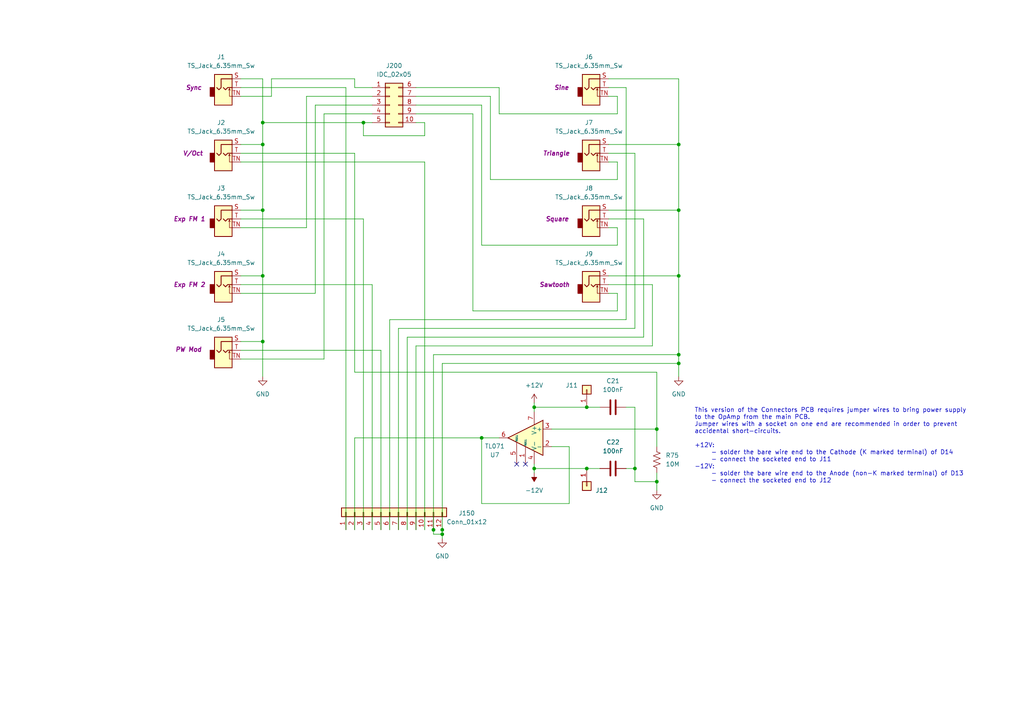
<source format=kicad_sch>
(kicad_sch (version 20250114) (generator "eeschema") (generator_version "9.0")
  (paper "A4")
  (title_block (company "DMH Instruments"))
  (lib_symbols
    (symbol "Amplifier_Operational:TL071" (pin_names (offset 0.127))
      (property "Reference" "U" (at 0 6.35 0))
      (property "Value" "TL071" (at 0 3.81 0))
      (symbol "TL071_0_1"
        (polyline (pts (xy -5.08 5.08) (xy 5.08 0) (xy -5.08 -5.08) (xy -5.08 5.08)) (stroke (width 0.254)) (fill (type background)))
      )
      (symbol "TL071_1_1"
        (pin input line (at -7.62 2.54 0) (length 2.54) (name "+") (number "3"))
        (pin input line (at -7.62 -2.54 0) (length 2.54) (name "-") (number "2"))
        (pin power_in line (at -2.54 7.62 270) (length 3.81) (name "V+") (number "7"))
        (pin power_in line (at -2.54 -7.62 90) (length 3.81) (name "V-") (number "4"))
        (pin no_connect line (at 0 2.54 270) (length 2.54) (hide yes) (name "NC") (number "8"))
        (pin input line (at 0 -7.62 90) (length 5.08) (name "NULL") (number "1"))
        (pin input line (at 2.54 -7.62 90) (length 6.35) (name "NULL") (number "5"))
        (pin output line (at 7.62 0 180) (length 2.54) (name "~") (number "6"))
      )
    )
    (symbol "Connector_Generic:Conn_01x01" (pin_names (offset 1.016) (hide yes))
      (property "Reference" "J" (at 0 2.54 0))
      (property "Value" "Conn_01x01" (at 0 -2.54 0))
      (symbol "Conn_01x01_1_1"
        (rectangle (start -1.27 1.27) (end 1.27 -1.27) (stroke (width 0.254)) (fill (type background)))
        (rectangle (start -1.27 0.127) (end 0 -0.127) (stroke (width 0.1524)))
        (pin passive line (at -5.08 0 0) (length 3.81) (name "Pin_1") (number "1"))
      )
    )
    (symbol "Connector_Generic:Conn_01x12" (pin_names (offset 1.016) (hide yes))
      (property "Reference" "J" (at 0 15.24 0))
      (property "Value" "Conn_01x12" (at 0 -17.78 0))
      (symbol "Conn_01x12_1_1"
        (rectangle (start -1.27 13.97) (end 1.27 -16.51) (stroke (width 0.254)) (fill (type background)))
        (rectangle (start -1.27 12.827) (end 0 12.573) (stroke (width 0.1524)))
        (rectangle (start -1.27 10.287) (end 0 10.033) (stroke (width 0.1524)))
        (rectangle (start -1.27 7.747) (end 0 7.493) (stroke (width 0.1524)))
        (rectangle (start -1.27 5.207) (end 0 4.953) (stroke (width 0.1524)))
        (rectangle (start -1.27 2.667) (end 0 2.413) (stroke (width 0.1524)))
        (rectangle (start -1.27 0.127) (end 0 -0.127) (stroke (width 0.1524)))
        (rectangle (start -1.27 -2.413) (end 0 -2.667) (stroke (width 0.1524)))
        (rectangle (start -1.27 -4.953) (end 0 -5.207) (stroke (width 0.1524)))
        (rectangle (start -1.27 -7.493) (end 0 -7.747) (stroke (width 0.1524)))
        (rectangle (start -1.27 -10.033) (end 0 -10.287) (stroke (width 0.1524)))
        (rectangle (start -1.27 -12.573) (end 0 -12.827) (stroke (width 0.1524)))
        (rectangle (start -1.27 -15.113) (end 0 -15.367) (stroke (width 0.1524)))
        (pin passive line (at -5.08 12.7 0) (length 3.81) (name "Pin_1") (number "1"))
        (pin passive line (at -5.08 10.16 0) (length 3.81) (name "Pin_2") (number "2"))
        (pin passive line (at -5.08 7.62 0) (length 3.81) (name "Pin_3") (number "3"))
        (pin passive line (at -5.08 5.08 0) (length 3.81) (name "Pin_4") (number "4"))
        (pin passive line (at -5.08 2.54 0) (length 3.81) (name "Pin_5") (number "5"))
        (pin passive line (at -5.08 0 0) (length 3.81) (name "Pin_6") (number "6"))
        (pin passive line (at -5.08 -2.54 0) (length 3.81) (name "Pin_7") (number "7"))
        (pin passive line (at -5.08 -5.08 0) (length 3.81) (name "Pin_8") (number "8"))
        (pin passive line (at -5.08 -7.62 0) (length 3.81) (name "Pin_9") (number "9"))
        (pin passive line (at -5.08 -10.16 0) (length 3.81) (name "Pin_10") (number "10"))
        (pin passive line (at -5.08 -12.7 0) (length 3.81) (name "Pin_11") (number "11"))
        (pin passive line (at -5.08 -15.24 0) (length 3.81) (name "Pin_12") (number "12"))
      )
    )
    (symbol "Device:C" (pin_numbers (hide yes)) (pin_names (offset 0.254))
      (property "Reference" "C" (at 0.635 2.54 0))
      (property "Value" "C" (at 0.635 -2.54 0))
      (symbol "C_0_1"
        (polyline (pts (xy -2.032 0.762) (xy 2.032 0.762)) (stroke (width 0.508)))
        (polyline (pts (xy -2.032 -0.762) (xy 2.032 -0.762)) (stroke (width 0.508)))
      )
      (symbol "C_1_1"
        (pin passive line (at 0 3.81 270) (length 2.794) (name "~") (number "1"))
        (pin passive line (at 0 -3.81 90) (length 2.794) (name "~") (number "2"))
      )
    )
    (symbol "Device:R_US" (pin_numbers (hide yes)) (pin_names (offset 0))
      (property "Reference" "R" (at 2.54 0 90))
      (property "Value" "R_US" (at -2.54 0 90))
      (symbol "R_US_0_1"
        (polyline (pts (xy 0 2.286) (xy 0 2.54)))
        (polyline (pts (xy 0 2.286) (xy 1.016 1.905) (xy 0 1.524) (xy -1.016 1.143) (xy 0 0.762)))
        (polyline (pts (xy 0 0.762) (xy 1.016 0.381) (xy 0 0) (xy -1.016 -0.381) (xy 0 -0.762)))
        (polyline (pts (xy 0 -0.762) (xy 1.016 -1.143) (xy 0 -1.524) (xy -1.016 -1.905) (xy 0 -2.286)))
        (polyline (pts (xy 0 -2.286) (xy 0 -2.54)))
      )
      (symbol "R_US_1_1"
        (pin passive line (at 0 3.81 270) (length 1.27) (name "~") (number "1"))
        (pin passive line (at 0 -3.81 90) (length 1.27) (name "~") (number "2"))
      )
    )
    (symbol "SynthStuff:BackBone_Connector_10Pin" (pin_names (offset 1.016) (hide yes))
      (property "Reference" "J" (at 0 -10.922 0))
      (property "Value" "IDC_02x05" (at 0 -8.382 0))
      (symbol "BackBone_Connector_10Pin_1_1"
        (rectangle (start -2.54 6.35) (end 2.54 -6.35) (stroke (width 0.254)) (fill (type background)))
        (rectangle (start -2.54 5.207) (end -1.27 4.953) (stroke (width 0.1524)))
        (rectangle (start -2.54 2.667) (end -1.27 2.413) (stroke (width 0.1524)))
        (rectangle (start -2.54 0.127) (end -1.27 -0.127) (stroke (width 0.1524)))
        (rectangle (start -2.54 -2.413) (end -1.27 -2.667) (stroke (width 0.1524)))
        (rectangle (start -2.54 -4.953) (end -1.27 -5.207) (stroke (width 0.1524)))
        (rectangle (start 2.54 5.207) (end 1.27 4.953) (stroke (width 0.1524)))
        (rectangle (start 2.54 2.667) (end 1.27 2.413) (stroke (width 0.1524)))
        (rectangle (start 2.54 0.127) (end 1.27 -0.127) (stroke (width 0.1524)))
        (rectangle (start 2.54 -2.413) (end 1.27 -2.667) (stroke (width 0.1524)))
        (rectangle (start 2.54 -4.953) (end 1.27 -5.207) (stroke (width 0.1524)))
        (pin passive line (at -6.35 5.08 0) (length 3.81) (name "Pin_1") (number "1"))
        (pin passive line (at -6.35 2.54 0) (length 3.81) (name "Pin_2") (number "2"))
        (pin passive line (at -6.35 0 0) (length 3.81) (name "Pin_3") (number "3"))
        (pin passive line (at -6.35 -2.54 0) (length 3.81) (name "Pin_4") (number "4"))
        (pin passive line (at -6.35 -5.08 0) (length 3.81) (name "Pin_5") (number "5"))
        (pin passive line (at 6.35 5.08 180) (length 3.81) (name "Pin_6") (number "6"))
        (pin passive line (at 6.35 2.54 180) (length 3.81) (name "Pin_7") (number "7"))
        (pin passive line (at 6.35 0 180) (length 3.81) (name "Pin_8") (number "8"))
        (pin passive line (at 6.35 -2.54 180) (length 3.81) (name "Pin_9") (number "9"))
        (pin passive line (at 6.35 -5.08 180) (length 3.81) (name "Pin_10") (number "10"))
      )
    )
    (symbol "SynthStuff:TS_Jack_6.35mm_Sw"
      (property "Reference" "J" (at -0.635 8.89 0))
      (property "Value" "TS_Jack_6.35mm_Sw" (at -0.635 6.35 0))
      (symbol "TS_Jack_6.35mm_Sw_0_1"
        (rectangle (start -2.54 0) (end -3.81 -2.54) (stroke (width 0.254)) (fill (type outline)))
        (polyline (pts (xy 0 0) (xy 0.635 -0.635) (xy 1.27 0) (xy 2.54 0)) (stroke (width 0.254)))
        (polyline (pts (xy 1.778 -0.254) (xy 2.032 -0.762)))
        (rectangle (start 2.54 3.81) (end -2.54 -5.08) (stroke (width 0.254)) (fill (type background)))
        (polyline (pts (xy 2.54 2.54) (xy -0.635 2.54) (xy -0.635 0) (xy -1.27 -0.635) (xy -1.905 0)) (stroke (width 0.254)))
        (polyline (pts (xy 2.54 -2.54) (xy 1.778 -2.54) (xy 1.778 -0.254) (xy 1.524 -0.762)))
      )
      (symbol "TS_Jack_6.35mm_Sw_1_1"
        (pin passive line (at 5.08 2.54 180) (length 2.54) (name "~") (number "S"))
        (pin passive line (at 5.08 0 180) (length 2.54) (name "~") (number "T"))
        (pin passive line (at 5.08 -2.54 180) (length 2.54) (name "~") (number "TN"))
      )
    )
    (symbol "power:+12V" (power) (pin_numbers (hide yes)) (pin_names (offset 0) (hide yes))
      (property "Value" "+12V" (at 0 3.556 0))
      (symbol "+12V_0_1"
        (polyline (pts (xy -0.762 1.27) (xy 0 2.54)))
        (polyline (pts (xy 0 2.54) (xy 0.762 1.27)))
        (polyline (pts (xy 0 0) (xy 0 2.54)))
      )
      (symbol "+12V_1_1"
        (pin power_in line (at 0 0 90) (length 0) (name "~") (number "1"))
      )
    )
    (symbol "power:-12V" (power) (pin_numbers (hide yes)) (pin_names (offset 0) (hide yes))
      (property "Value" "-12V" (at 0 3.556 0))
      (symbol "-12V_0_0"
        (pin power_in line (at 0 0 90) (length 0) (name "~") (number "1"))
      )
      (symbol "-12V_0_1"
        (polyline (pts (xy 0 0) (xy 0 1.27) (xy 0.762 1.27) (xy 0 2.54) (xy -0.762 1.27) (xy 0 1.27)) (fill (type outline)))
      )
    )
    (symbol "power:GND" (power) (pin_numbers (hide yes)) (pin_names (offset 0) (hide yes))
      (property "Value" "GND" (at 0 -3.81 0))
      (symbol "GND_0_1"
        (polyline (pts (xy 0 0) (xy 0 -1.27) (xy 1.27 -1.27) (xy 0 -2.54) (xy -1.27 -1.27) (xy 0 -1.27)))
      )
      (symbol "GND_1_1"
        (pin power_in line (at 0 0 270) (length 0) (name "~") (number "1"))
      )
    )
  )
  (text "This version of the Connectors PCB requires jumper wires to bring power supply\nto the OpAmp from the main PCB.\nJumper wires with a socket on one end are recommended in order to prevent\naccidental short-circuits.\n\n+12V:\n	- solder the bare wire end to the Cathode (K marked terminal) of D14\n	- connect the socketed end to J11\n-12V:\n	- solder the bare wire end to the Anode (non-K marked terminal) of D13\n	- connect the socketed end to J12" (at 201.422 129.286 0) (effects (font (size 1.27 1.27)) (justify left)))
  (junction (at 105.41 35.56))
  (junction (at 170.18 135.89))
  (junction (at 196.85 102.87))
  (junction (at 139.7 127))
  (junction (at 196.85 60.96))
  (junction (at 196.85 80.01))
  (junction (at 196.85 41.91))
  (junction (at 128.27 154.94))
  (junction (at 76.2 99.06))
  (junction (at 170.18 118.11))
  (junction (at 76.2 35.56))
  (junction (at 154.94 118.11))
  (junction (at 154.94 135.89))
  (junction (at 125.73 153.67))
  (junction (at 76.2 80.01))
  (junction (at 128.27 153.67))
  (junction (at 76.2 60.96))
  (junction (at 196.85 105.41))
  (junction (at 190.5 139.7))
  (junction (at 190.5 124.46))
  (junction (at 76.2 41.91))
  (junction (at 184.15 135.89))
  (no_connect (at 152.4 134.62))
  (no_connect (at 149.86 134.62))
  (wire (pts (xy 179.07 52.07) (xy 142.24 52.07)))
  (wire (pts (xy 69.85 104.14) (xy 93.98 104.14)))
  (wire (pts (xy 139.7 30.48) (xy 139.7 71.12)))
  (wire (pts (xy 176.53 46.99) (xy 179.07 46.99)))
  (wire (pts (xy 88.9 27.94) (xy 107.95 27.94)))
  (wire (pts (xy 184.15 135.89) (xy 184.15 139.7)))
  (wire (pts (xy 181.61 118.11) (xy 184.15 118.11)))
  (wire (pts (xy 184.15 44.45) (xy 184.15 95.25)))
  (wire (pts (xy 123.19 39.37) (xy 105.41 39.37)))
  (wire (pts (xy 196.85 105.41) (xy 196.85 109.22)))
  (wire (pts (xy 105.41 39.37) (xy 105.41 35.56)))
  (wire (pts (xy 128.27 154.94) (xy 128.27 156.21)))
  (wire (pts (xy 181.61 135.89) (xy 184.15 135.89)))
  (wire (pts (xy 160.02 124.46) (xy 190.5 124.46)))
  (wire (pts (xy 125.73 102.87) (xy 125.73 153.67)))
  (wire (pts (xy 76.2 99.06) (xy 76.2 109.22)))
  (wire (pts (xy 181.61 25.4) (xy 176.53 25.4)))
  (wire (pts (xy 137.16 33.02) (xy 120.65 33.02)))
  (wire (pts (xy 154.94 135.89) (xy 170.18 135.89)))
  (wire (pts (xy 160.02 129.54) (xy 165.1 129.54)))
  (wire (pts (xy 186.69 63.5) (xy 186.69 97.79)))
  (wire (pts (xy 113.03 92.71) (xy 113.03 153.67)))
  (wire (pts (xy 93.98 33.02) (xy 107.95 33.02)))
  (wire (pts (xy 184.15 44.45) (xy 176.53 44.45)))
  (wire (pts (xy 102.87 25.4) (xy 107.95 25.4)))
  (wire (pts (xy 179.07 85.09) (xy 179.07 90.17)))
  (wire (pts (xy 189.23 82.55) (xy 189.23 100.33)))
  (wire (pts (xy 128.27 153.67) (xy 128.27 154.94)))
  (wire (pts (xy 118.11 97.79) (xy 186.69 97.79)))
  (wire (pts (xy 78.74 22.86) (xy 78.74 27.94)))
  (wire (pts (xy 165.1 129.54) (xy 165.1 146.05)))
  (wire (pts (xy 190.5 124.46) (xy 190.5 129.54)))
  (wire (pts (xy 189.23 82.55) (xy 176.53 82.55)))
  (wire (pts (xy 176.53 66.04) (xy 179.07 66.04)))
  (wire (pts (xy 76.2 35.56) (xy 105.41 35.56)))
  (wire (pts (xy 186.69 63.5) (xy 176.53 63.5)))
  (wire (pts (xy 115.57 95.25) (xy 115.57 153.67)))
  (wire (pts (xy 113.03 92.71) (xy 181.61 92.71)))
  (wire (pts (xy 102.87 44.45) (xy 102.87 107.95)))
  (wire (pts (xy 102.87 153.67) (xy 102.87 127)))
  (wire (pts (xy 69.85 99.06) (xy 76.2 99.06)))
  (wire (pts (xy 170.18 135.89) (xy 173.99 135.89)))
  (wire (pts (xy 91.44 30.48) (xy 91.44 85.09)))
  (wire (pts (xy 176.53 85.09) (xy 179.07 85.09)))
  (wire (pts (xy 196.85 80.01) (xy 196.85 102.87)))
  (wire (pts (xy 102.87 127) (xy 139.7 127)))
  (wire (pts (xy 190.5 107.95) (xy 190.5 124.46)))
  (wire (pts (xy 137.16 33.02) (xy 137.16 90.17)))
  (wire (pts (xy 190.5 139.7) (xy 190.5 142.24)))
  (wire (pts (xy 100.33 25.4) (xy 100.33 153.67)))
  (wire (pts (xy 76.2 41.91) (xy 76.2 60.96)))
  (wire (pts (xy 125.73 102.87) (xy 196.85 102.87)))
  (wire (pts (xy 196.85 41.91) (xy 196.85 60.96)))
  (wire (pts (xy 176.53 60.96) (xy 196.85 60.96)))
  (wire (pts (xy 154.94 135.89) (xy 154.94 137.16)))
  (wire (pts (xy 91.44 30.48) (xy 107.95 30.48)))
  (wire (pts (xy 102.87 107.95) (xy 190.5 107.95)))
  (wire (pts (xy 105.41 63.5) (xy 69.85 63.5)))
  (wire (pts (xy 176.53 22.86) (xy 196.85 22.86)))
  (wire (pts (xy 154.94 134.62) (xy 154.94 135.89)))
  (wire (pts (xy 184.15 139.7) (xy 190.5 139.7)))
  (wire (pts (xy 139.7 146.05) (xy 165.1 146.05)))
  (wire (pts (xy 196.85 22.86) (xy 196.85 41.91)))
  (wire (pts (xy 105.41 35.56) (xy 107.95 35.56)))
  (wire (pts (xy 154.94 118.11) (xy 154.94 119.38)))
  (wire (pts (xy 69.85 60.96) (xy 76.2 60.96)))
  (wire (pts (xy 93.98 33.02) (xy 93.98 104.14)))
  (wire (pts (xy 88.9 66.04) (xy 69.85 66.04)))
  (wire (pts (xy 128.27 105.41) (xy 196.85 105.41)))
  (wire (pts (xy 179.07 46.99) (xy 179.07 52.07)))
  (wire (pts (xy 102.87 22.86) (xy 102.87 25.4)))
  (wire (pts (xy 76.2 22.86) (xy 76.2 35.56)))
  (wire (pts (xy 154.94 116.84) (xy 154.94 118.11)))
  (wire (pts (xy 176.53 27.94) (xy 179.07 27.94)))
  (wire (pts (xy 69.85 44.45) (xy 102.87 44.45)))
  (wire (pts (xy 120.65 25.4) (xy 144.78 25.4)))
  (wire (pts (xy 69.85 85.09) (xy 91.44 85.09)))
  (wire (pts (xy 179.07 66.04) (xy 179.07 71.12)))
  (wire (pts (xy 179.07 33.02) (xy 144.78 33.02)))
  (wire (pts (xy 120.65 35.56) (xy 123.19 35.56)))
  (wire (pts (xy 120.65 100.33) (xy 120.65 153.67)))
  (wire (pts (xy 105.41 63.5) (xy 105.41 153.67)))
  (wire (pts (xy 181.61 25.4) (xy 181.61 92.71)))
  (wire (pts (xy 176.53 41.91) (xy 196.85 41.91)))
  (wire (pts (xy 196.85 102.87) (xy 196.85 105.41)))
  (wire (pts (xy 69.85 22.86) (xy 76.2 22.86)))
  (wire (pts (xy 142.24 52.07) (xy 142.24 27.94)))
  (wire (pts (xy 125.73 154.94) (xy 125.73 153.67)))
  (wire (pts (xy 139.7 127) (xy 144.78 127)))
  (wire (pts (xy 76.2 35.56) (xy 76.2 41.91)))
  (wire (pts (xy 123.19 46.99) (xy 123.19 153.67)))
  (wire (pts (xy 118.11 97.79) (xy 118.11 153.67)))
  (wire (pts (xy 179.07 27.94) (xy 179.07 33.02)))
  (wire (pts (xy 69.85 80.01) (xy 76.2 80.01)))
  (wire (pts (xy 123.19 46.99) (xy 69.85 46.99)))
  (wire (pts (xy 154.94 118.11) (xy 170.18 118.11)))
  (wire (pts (xy 69.85 25.4) (xy 100.33 25.4)))
  (wire (pts (xy 76.2 80.01) (xy 76.2 99.06)))
  (wire (pts (xy 123.19 35.56) (xy 123.19 39.37)))
  (wire (pts (xy 176.53 80.01) (xy 196.85 80.01)))
  (wire (pts (xy 179.07 90.17) (xy 137.16 90.17)))
  (wire (pts (xy 69.85 41.91) (xy 76.2 41.91)))
  (wire (pts (xy 184.15 118.11) (xy 184.15 135.89)))
  (wire (pts (xy 78.74 27.94) (xy 69.85 27.94)))
  (wire (pts (xy 115.57 95.25) (xy 184.15 95.25)))
  (wire (pts (xy 76.2 60.96) (xy 76.2 80.01)))
  (wire (pts (xy 190.5 137.16) (xy 190.5 139.7)))
  (wire (pts (xy 120.65 100.33) (xy 189.23 100.33)))
  (wire (pts (xy 139.7 127) (xy 139.7 146.05)))
  (wire (pts (xy 88.9 27.94) (xy 88.9 66.04)))
  (wire (pts (xy 139.7 30.48) (xy 120.65 30.48)))
  (wire (pts (xy 196.85 60.96) (xy 196.85 80.01)))
  (wire (pts (xy 107.95 82.55) (xy 69.85 82.55)))
  (wire (pts (xy 78.74 22.86) (xy 102.87 22.86)))
  (wire (pts (xy 120.65 27.94) (xy 142.24 27.94)))
  (wire (pts (xy 170.18 118.11) (xy 173.99 118.11)))
  (wire (pts (xy 110.49 101.6) (xy 110.49 153.67)))
  (wire (pts (xy 128.27 105.41) (xy 128.27 153.67)))
  (wire (pts (xy 144.78 33.02) (xy 144.78 25.4)))
  (wire (pts (xy 179.07 71.12) (xy 139.7 71.12)))
  (wire (pts (xy 128.27 154.94) (xy 125.73 154.94)))
  (wire (pts (xy 107.95 82.55) (xy 107.95 153.67)))
  (wire (pts (xy 69.85 101.6) (xy 110.49 101.6)))
  (symbol (lib_id "Device:C") (at 177.8 135.89 90) (unit 1)
    (property "Reference" "C22" (at 177.8 128.27 90))
    (property "Value" "100nF" (at 177.8 130.81 90))
    (property "Footprint" "Capacitor_THT:C_Disc_D4.3mm_W1.9mm_P5.00mm" (effects (hide yes)))
    (property "Description" "Unpolarized capacitor" (effects (hide yes)))
  )
  (symbol (lib_id "SynthStuff:TS_Jack_6.35mm_Sw") (at 64.77 25.4 0) (unit 1)
    (property "Reference" "J1" (at 64.135 16.51 0))
    (property "Value" "TS_Jack_6.35mm_Sw" (at 64.135 19.05 0))
    (property "Footprint" "SynthStuff:CUI_MJ-63052A" (effects (hide yes)))
    (property "Description" "Audio Jack, 2 Poles (Mono / TS), Switched T Pole (Normalling), 6.35mm, 1/4inch" (effects (hide yes)))
    (property "Function" "Sync" (at 56.134 25.4 0) (effects (font (bold yes) (italic yes))))
  )
  (symbol (lib_id "SynthStuff:TS_Jack_6.35mm_Sw") (at 64.77 63.5 0) (unit 1)
    (property "Reference" "J3" (at 64.135 54.61 0))
    (property "Value" "TS_Jack_6.35mm_Sw" (at 64.135 57.15 0))
    (property "Footprint" "SynthStuff:CUI_MJ-63052A" (effects (hide yes)))
    (property "Description" "Audio Jack, 2 Poles (Mono / TS), Switched T Pole (Normalling), 6.35mm, 1/4inch" (effects (hide yes)))
    (property "Function" "Exp FM 1" (at 54.864 63.5 0) (effects (font (bold yes) (italic yes))))
  )
  (symbol (lib_id "Device:C") (at 177.8 118.11 90) (unit 1)
    (property "Reference" "C21" (at 177.8 110.49 90))
    (property "Value" "100nF" (at 177.8 113.03 90))
    (property "Footprint" "Capacitor_THT:C_Disc_D4.3mm_W1.9mm_P5.00mm" (effects (hide yes)))
    (property "Description" "Unpolarized capacitor" (effects (hide yes)))
  )
  (symbol (lib_id "power:GND") (at 190.5 142.24 0) (unit 1)
    (property "Reference" "#PWR04" (effects (hide yes)))
    (property "Value" "GND" (at 190.5 147.32 0))
    (property "Description" "Power symbol creates a global label with name \"GND\" , ground" (effects (hide yes)))
  )
  (symbol (lib_id "SynthStuff:TS_Jack_6.35mm_Sw") (at 64.77 44.45 0) (unit 1)
    (property "Reference" "J2" (at 64.135 35.56 0))
    (property "Value" "TS_Jack_6.35mm_Sw" (at 64.135 38.1 0))
    (property "Footprint" "SynthStuff:CUI_MJ-63052A" (effects (hide yes)))
    (property "Description" "Audio Jack, 2 Poles (Mono / TS), Switched T Pole (Normalling), 6.35mm, 1/4inch" (effects (hide yes)))
    (property "Function" "V/Oct" (at 55.88 44.45 0) (effects (font (bold yes) (italic yes))))
  )
  (symbol (lib_id "power:+12V") (at 154.94 116.84 0) (unit 1)
    (property "Reference" "#PWR02" (effects (hide yes)))
    (property "Value" "+12V" (at 154.94 111.76 0))
    (property "Description" "Power symbol creates a global label with name \"+12V\"" (effects (hide yes)))
  )
  (symbol (lib_id "SynthStuff:BackBone_Connector_10Pin") (at 114.3 30.48 0) (unit 1)
    (property "Reference" "J200" (at 114.3 19.05 0))
    (property "Value" "IDC_02x05" (at 114.3 21.59 0))
    (property "Footprint" "SynthStuff:IDC-Header_2x05_P2.54mm_Vertical_BackBone" (effects (hide yes)))
    (property "Description" "IDC jack, 2x5 pins, row a carries same signals as row b." (effects (hide yes)))
  )
  (symbol (lib_id "power:GND") (at 128.27 156.21 0) (unit 1)
    (property "Reference" "#PWR01" (effects (hide yes)))
    (property "Value" "GND" (at 128.27 161.29 0))
    (property "Description" "Power symbol creates a global label with name \"GND\" , ground" (effects (hide yes)))
  )
  (symbol (lib_id "SynthStuff:TS_Jack_6.35mm_Sw") (at 64.77 82.55 0) (unit 1)
    (property "Reference" "J4" (at 64.135 73.66 0))
    (property "Value" "TS_Jack_6.35mm_Sw" (at 64.135 76.2 0))
    (property "Footprint" "SynthStuff:CUI_MJ-63052A" (effects (hide yes)))
    (property "Description" "Audio Jack, 2 Poles (Mono / TS), Switched T Pole (Normalling), 6.35mm, 1/4inch" (effects (hide yes)))
    (property "Function" "Exp FM 2" (at 54.864 82.55 0) (effects (font (bold yes) (italic yes))))
  )
  (symbol (lib_id "power:-12V") (at 154.94 137.16 180) (unit 1)
    (property "Reference" "#PWR03" (effects (hide yes)))
    (property "Value" "-12V" (at 154.94 142.24 0))
    (property "Description" "Power symbol creates a global label with name \"-12V\"" (effects (hide yes)))
  )
  (symbol (lib_id "SynthStuff:TS_Jack_6.35mm_Sw") (at 64.77 101.6 0) (unit 1)
    (property "Reference" "J5" (at 64.135 92.71 0))
    (property "Value" "TS_Jack_6.35mm_Sw" (at 64.135 95.25 0))
    (property "Footprint" "SynthStuff:CUI_MJ-63052A" (effects (hide yes)))
    (property "Description" "Audio Jack, 2 Poles (Mono / TS), Switched T Pole (Normalling), 6.35mm, 1/4inch" (effects (hide yes)))
    (property "Function" "PW Mod" (at 54.61 101.346 0) (effects (font (bold yes) (italic yes))))
  )
  (symbol (lib_id "Device:R_US") (at 190.5 133.35 180) (unit 1)
    (property "Reference" "R75" (at 193.04 132.0799 0) (effects (justify right)))
    (property "Value" "10M" (at 193.04 134.6199 0) (effects (justify right)))
    (property "Footprint" "Resistor_THT:R_Axial_DIN0207_L6.3mm_D2.5mm_P7.62mm_Horizontal" (effects (hide yes)))
    (property "Description" "Resistor, US symbol" (effects (hide yes)))
  )
  (symbol (lib_id "power:GND") (at 196.85 109.22 0) (unit 1)
    (property "Reference" "#PWR06" (effects (hide yes)))
    (property "Value" "GND" (at 196.85 114.3 0))
    (property "Description" "Power symbol creates a global label with name \"GND\" , ground" (effects (hide yes)))
  )
  (symbol (lib_id "SynthStuff:TS_Jack_6.35mm_Sw") (at 171.45 82.55 0) (unit 1)
    (property "Reference" "J9" (at 170.815 73.66 0))
    (property "Value" "TS_Jack_6.35mm_Sw" (at 170.815 76.2 0))
    (property "Footprint" "SynthStuff:CUI_MJ-63052A" (effects (hide yes)))
    (property "Description" "Audio Jack, 2 Poles (Mono / TS), Switched T Pole (Normalling), 6.35mm, 1/4inch" (effects (hide yes)))
    (property "Function" "Sawtooth" (at 160.782 82.55 0) (effects (font (bold yes) (italic yes))))
  )
  (symbol (lib_id "Connector_Generic:Conn_01x01") (at 170.18 113.03 270) (mirror x) (unit 1)
    (property "Reference" "J11" (at 167.64 111.7599 90) (effects (justify right)))
    (property "Value" "Conn_01x01" (effects (hide yes)))
    (property "Footprint" "Connector_PinHeader_2.54mm:PinHeader_1x01_P2.54mm_Vertical" (effects (hide yes)))
    (property "Description" "Generic connector, single row, 01x01, script generated (kicad-library-utils/schlib/autogen/connector/)" (effects (hide yes)))
  )
  (symbol (lib_id "Connector_Generic:Conn_01x12") (at 113.03 148.59 90) (unit 1)
    (property "Reference" "J150" (at 135.382 148.844 90))
    (property "Value" "Conn_01x12" (at 135.382 151.384 90))
    (property "Footprint" "Connector_PinHeader_2.54mm:PinHeader_1x12_P2.54mm_Vertical" (effects (hide yes)))
    (property "Description" "Generic connector, single row, 01x12, script generated (kicad-library-utils/schlib/autogen/connector/)" (effects (hide yes)))
  )
  (symbol (lib_id "Amplifier_Operational:TL071") (at 152.4 127 0) (mirror y) (unit 1)
    (property "Reference" "U7" (at 143.51 131.9532 0))
    (property "Value" "TL071" (at 143.51 129.4132 0))
    (property "Footprint" "Package_DIP:DIP-8_W7.62mm_Socket" (effects (hide yes)))
    (property "Datasheet" "http://www.ti.com/lit/ds/symlink/tl071.pdf" (effects (hide yes)))
    (property "Description" "Single Low-Noise JFET-Input Operational Amplifiers, DIP-8/SOIC-8" (effects (hide yes)))
  )
  (symbol (lib_id "power:GND") (at 76.2 109.22 0) (unit 1)
    (property "Reference" "#PWR05" (effects (hide yes)))
    (property "Value" "GND" (at 76.2 114.3 0))
    (property "Description" "Power symbol creates a global label with name \"GND\" , ground" (effects (hide yes)))
  )
  (symbol (lib_id "SynthStuff:TS_Jack_6.35mm_Sw") (at 171.45 44.45 0) (unit 1)
    (property "Reference" "J7" (at 170.815 35.56 0))
    (property "Value" "TS_Jack_6.35mm_Sw" (at 170.815 38.1 0))
    (property "Footprint" "SynthStuff:CUI_MJ-63052A" (effects (hide yes)))
    (property "Description" "Audio Jack, 2 Poles (Mono / TS), Switched T Pole (Normalling), 6.35mm, 1/4inch" (effects (hide yes)))
    (property "Function" "Triangle" (at 161.29 44.45 0) (effects (font (bold yes) (italic yes))))
  )
  (symbol (lib_id "Connector_Generic:Conn_01x01") (at 170.18 140.97 90) (mirror x) (unit 1)
    (property "Reference" "J12" (at 172.72 142.2401 90) (effects (justify right)))
    (property "Value" "Conn_01x01" (effects (hide yes)))
    (property "Footprint" "Connector_PinHeader_2.54mm:PinHeader_1x01_P2.54mm_Vertical" (effects (hide yes)))
    (property "Description" "Generic connector, single row, 01x01, script generated (kicad-library-utils/schlib/autogen/connector/)" (effects (hide yes)))
  )
  (symbol (lib_id "SynthStuff:TS_Jack_6.35mm_Sw") (at 171.45 63.5 0) (unit 1)
    (property "Reference" "J8" (at 170.815 54.61 0))
    (property "Value" "TS_Jack_6.35mm_Sw" (at 170.815 57.15 0))
    (property "Footprint" "SynthStuff:CUI_MJ-63052A" (effects (hide yes)))
    (property "Description" "Audio Jack, 2 Poles (Mono / TS), Switched T Pole (Normalling), 6.35mm, 1/4inch" (effects (hide yes)))
    (property "Function" "Square" (at 161.544 63.5 0) (effects (font (bold yes) (italic yes))))
  )
  (symbol (lib_id "SynthStuff:TS_Jack_6.35mm_Sw") (at 171.45 25.4 0) (unit 1)
    (property "Reference" "J6" (at 170.815 16.51 0))
    (property "Value" "TS_Jack_6.35mm_Sw" (at 170.815 19.05 0))
    (property "Footprint" "SynthStuff:CUI_MJ-63052A" (effects (hide yes)))
    (property "Description" "Audio Jack, 2 Poles (Mono / TS), Switched T Pole (Normalling), 6.35mm, 1/4inch" (effects (hide yes)))
    (property "Function" "Sine" (at 162.814 25.4 0) (effects (font (bold yes) (italic yes))))
  )
)
</source>
